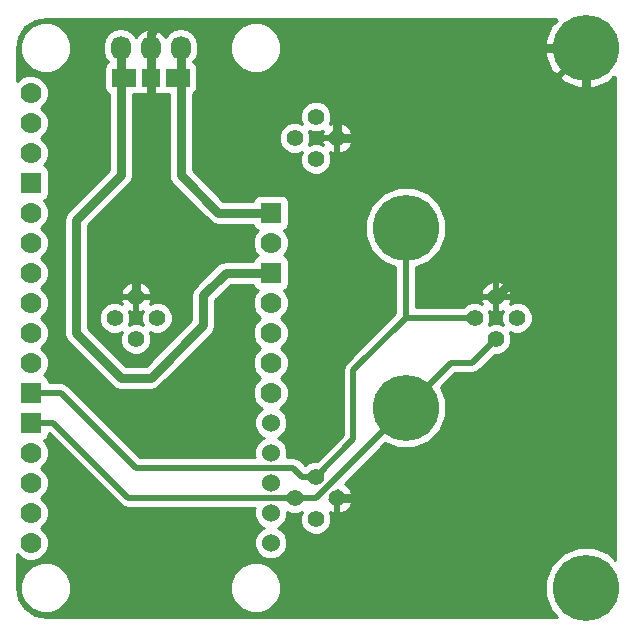
<source format=gtl>
%TF.GenerationSoftware,KiCad,Pcbnew,4.0.6-e0-6349~53~ubuntu16.04.1*%
%TF.CreationDate,2017-03-19T18:17:34+05:30*%
%TF.ProjectId,feather_v3,666561746865725F76332E6B69636164,rev?*%
%TF.FileFunction,Copper,L1,Top,Signal*%
%FSLAX46Y46*%
G04 Gerber Fmt 4.6, Leading zero omitted, Abs format (unit mm)*
G04 Created by KiCad (PCBNEW 4.0.6-e0-6349~53~ubuntu16.04.1) date Sun Mar 19 18:17:34 2017*
%MOMM*%
%LPD*%
G01*
G04 APERTURE LIST*
%ADD10C,0.101600*%
%ADD11R,1.778000X1.778000*%
%ADD12C,1.778000*%
%ADD13C,1.524000*%
%ADD14O,1.727200X2.032000*%
%ADD15R,1.524000X1.524000*%
%ADD16R,2.032000X1.524000*%
%ADD17C,1.397000*%
%ADD18C,5.600000*%
%ADD19C,0.762000*%
%ADD20C,0.508000*%
%ADD21C,0.254000*%
G04 APERTURE END LIST*
D10*
D11*
X77470000Y-105410000D03*
X97790000Y-107950000D03*
X97790000Y-113030000D03*
X77470000Y-123190000D03*
X77470000Y-125730000D03*
D12*
X77470000Y-97790000D03*
X77470000Y-100330000D03*
X77470000Y-102870000D03*
X77470000Y-107950000D03*
X77470000Y-110490000D03*
X77470000Y-113030000D03*
X77470000Y-115570000D03*
X77470000Y-118110000D03*
X77470000Y-120650000D03*
X77470000Y-128270000D03*
X77470000Y-130810000D03*
X77470000Y-133350000D03*
X77470000Y-135890000D03*
D13*
X97790000Y-135890000D03*
X97790000Y-133350000D03*
X97790000Y-130810000D03*
X97790000Y-128270000D03*
X97790000Y-125730000D03*
D12*
X97790000Y-123190000D03*
X97790000Y-120650000D03*
X97790000Y-118110000D03*
X97790000Y-115570000D03*
X97790000Y-110490000D03*
D14*
X90170000Y-93980000D03*
X87630000Y-93980000D03*
X85090000Y-93980000D03*
D15*
X87630000Y-96520000D03*
D16*
X85344000Y-96520000D03*
X89916000Y-96520000D03*
D17*
X101600000Y-130283949D03*
X99803949Y-132080000D03*
X101600000Y-133876051D03*
X103396051Y-132080000D03*
D18*
X109220002Y-124460000D03*
X124460000Y-139700000D03*
X124460000Y-93980000D03*
X109220000Y-109220000D03*
D17*
X116840000Y-118636051D03*
X118636051Y-116840000D03*
X116840000Y-115043949D03*
X115043949Y-116840000D03*
X103396051Y-101600000D03*
X101600000Y-99803949D03*
X99803949Y-101600000D03*
X101600000Y-103396051D03*
X84563949Y-116840000D03*
X86360000Y-118636051D03*
X88156051Y-116840000D03*
X86360000Y-115043949D03*
D19*
X85090000Y-121920000D02*
X87630000Y-121920000D01*
X92075000Y-117475000D02*
X92075000Y-114935000D01*
X87630000Y-121920000D02*
X92075000Y-117475000D01*
X81280000Y-108585000D02*
X81280000Y-118110000D01*
X81280000Y-118110000D02*
X85090000Y-121920000D01*
X85090000Y-96520000D02*
X85090000Y-104775000D01*
X85090000Y-104775000D02*
X81280000Y-108585000D01*
X92075000Y-114935000D02*
X93980000Y-113030000D01*
X93980000Y-113030000D02*
X97790000Y-113030000D01*
X85090000Y-93980000D02*
X85090000Y-96520000D01*
X88265000Y-92075000D02*
X92075000Y-92075000D01*
X87630000Y-93980000D02*
X87630000Y-92710000D01*
X88265000Y-92075000D02*
X87630000Y-92710000D01*
X92075000Y-92075000D02*
X92710000Y-92710000D01*
X92710000Y-92710000D02*
X92710000Y-95885000D01*
X124460000Y-93980000D02*
X115570000Y-93980000D01*
X103396051Y-101600000D02*
X107950000Y-101600000D01*
X107950000Y-101600000D02*
X115570000Y-93980000D01*
X102235000Y-97155000D02*
X103396051Y-98316051D01*
X103396051Y-98316051D02*
X103396051Y-101600000D01*
X93980000Y-97155000D02*
X102235000Y-97155000D01*
X92710000Y-95885000D02*
X93980000Y-97155000D01*
X86360000Y-106680000D02*
X86360000Y-115043949D01*
X87630000Y-105410000D02*
X86360000Y-106680000D01*
X87630000Y-96520000D02*
X87630000Y-105410000D01*
X87630000Y-93980000D02*
X87630000Y-96520000D01*
X124460000Y-116205000D02*
X124460000Y-112395000D01*
X124460000Y-112395000D02*
X124460000Y-93980000D01*
X116840000Y-115043949D02*
X119488949Y-112395000D01*
X119488949Y-112395000D02*
X124460000Y-112395000D01*
X103396051Y-132080000D02*
X108585000Y-132080000D01*
X108585000Y-132080000D02*
X124460000Y-116205000D01*
X90170000Y-96520000D02*
X90170000Y-93980000D01*
X93345000Y-107950000D02*
X90170000Y-104775000D01*
X90170000Y-104775000D02*
X90170000Y-96520000D01*
X97790000Y-107950000D02*
X93345000Y-107950000D01*
D20*
X99803949Y-132080000D02*
X85725000Y-132080000D01*
X85725000Y-132080000D02*
X79375000Y-125730000D01*
X79375000Y-125730000D02*
X77470000Y-125730000D01*
X109220002Y-124460000D02*
X113030000Y-120650002D01*
X116840000Y-118636051D02*
X114826049Y-120650002D01*
X114826049Y-120650002D02*
X113030000Y-120650002D01*
X99803949Y-132080000D02*
X101600002Y-132080000D01*
X101600002Y-132080000D02*
X109220002Y-124460000D01*
X101600000Y-130283949D02*
X100438949Y-130283949D01*
X100438949Y-130283949D02*
X99695000Y-129540000D01*
X99695000Y-129540000D02*
X86360000Y-129540000D01*
X86360000Y-129540000D02*
X80010000Y-123190000D01*
X80010000Y-123190000D02*
X77470000Y-123190000D01*
X101600000Y-130283949D02*
X104775000Y-127108949D01*
X104775000Y-127108949D02*
X104775000Y-121285000D01*
X104775000Y-121285000D02*
X109220000Y-116840000D01*
X109220000Y-109220000D02*
X109220000Y-116840000D01*
X115043949Y-116840000D02*
X109220000Y-116840000D01*
D21*
G36*
X121895458Y-91595066D02*
X122007658Y-91707266D01*
X121553797Y-92025501D01*
X121027064Y-93286434D01*
X121022965Y-94652956D01*
X121542122Y-95917027D01*
X121553797Y-95934499D01*
X122007660Y-96252735D01*
X124280395Y-93980000D01*
X124266253Y-93965858D01*
X124445858Y-93786253D01*
X124460000Y-93800395D01*
X124474143Y-93786253D01*
X124653748Y-93965858D01*
X124639605Y-93980000D01*
X124653748Y-93994143D01*
X124474143Y-94173748D01*
X124460000Y-94159605D01*
X122187265Y-96432340D01*
X122505501Y-96886203D01*
X123766434Y-97412936D01*
X125132956Y-97417035D01*
X126397027Y-96897878D01*
X126414499Y-96886203D01*
X126732734Y-96432342D01*
X126844934Y-96544542D01*
X126925000Y-96464476D01*
X126925000Y-137307237D01*
X126408312Y-136789646D01*
X125146261Y-136265597D01*
X123779734Y-136264405D01*
X122516771Y-136786250D01*
X121549646Y-137751688D01*
X121025597Y-139013739D01*
X121024405Y-140380266D01*
X121546250Y-141643229D01*
X122067111Y-142165000D01*
X78809931Y-142165000D01*
X77802007Y-141964512D01*
X77006817Y-141433183D01*
X76475488Y-140637993D01*
X76373959Y-140127567D01*
X76580626Y-140127567D01*
X76908622Y-140921377D01*
X77515428Y-141529244D01*
X78308664Y-141858624D01*
X79167567Y-141859374D01*
X79961377Y-141531378D01*
X80569244Y-140924572D01*
X80898624Y-140131336D01*
X80898627Y-140127567D01*
X94360626Y-140127567D01*
X94688622Y-140921377D01*
X95295428Y-141529244D01*
X96088664Y-141858624D01*
X96947567Y-141859374D01*
X97741377Y-141531378D01*
X98349244Y-140924572D01*
X98678624Y-140131336D01*
X98679374Y-139272433D01*
X98351378Y-138478623D01*
X97744572Y-137870756D01*
X96951336Y-137541376D01*
X96092433Y-137540626D01*
X95298623Y-137868622D01*
X94690756Y-138475428D01*
X94361376Y-139268664D01*
X94360626Y-140127567D01*
X80898627Y-140127567D01*
X80899374Y-139272433D01*
X80571378Y-138478623D01*
X79964572Y-137870756D01*
X79171336Y-137541376D01*
X78312433Y-137540626D01*
X77518623Y-137868622D01*
X76910756Y-138475428D01*
X76581376Y-139268664D01*
X76580626Y-140127567D01*
X76373959Y-140127567D01*
X76275000Y-139630069D01*
X76275000Y-136850058D01*
X76605596Y-137181231D01*
X77165528Y-137413735D01*
X77771812Y-137414264D01*
X78332149Y-137182738D01*
X78761231Y-136754404D01*
X78993735Y-136194472D01*
X78994264Y-135588188D01*
X78762738Y-135027851D01*
X78355263Y-134619664D01*
X78761231Y-134214404D01*
X78993735Y-133654472D01*
X78994264Y-133048188D01*
X78762738Y-132487851D01*
X78355263Y-132079664D01*
X78761231Y-131674404D01*
X78993735Y-131114472D01*
X78994264Y-130508188D01*
X78762738Y-129947851D01*
X78355263Y-129539664D01*
X78761231Y-129134404D01*
X78993735Y-128574472D01*
X78994264Y-127968188D01*
X78762738Y-127407851D01*
X78580052Y-127224846D01*
X78594317Y-127222162D01*
X78810441Y-127083090D01*
X78955431Y-126870890D01*
X79006440Y-126619000D01*
X79006764Y-126619000D01*
X85096382Y-132708618D01*
X85384794Y-132901329D01*
X85725000Y-132969000D01*
X96435556Y-132969000D01*
X96393243Y-133070900D01*
X96392758Y-133626661D01*
X96604990Y-134140303D01*
X96997630Y-134533629D01*
X97205512Y-134619949D01*
X96999697Y-134704990D01*
X96606371Y-135097630D01*
X96393243Y-135610900D01*
X96392758Y-136166661D01*
X96604990Y-136680303D01*
X96997630Y-137073629D01*
X97510900Y-137286757D01*
X98066661Y-137287242D01*
X98580303Y-137075010D01*
X98973629Y-136682370D01*
X99186757Y-136169100D01*
X99187242Y-135613339D01*
X98975010Y-135099697D01*
X98582370Y-134706371D01*
X98374488Y-134620051D01*
X98580303Y-134535010D01*
X98973629Y-134142370D01*
X99186757Y-133629100D01*
X99187072Y-133267743D01*
X99537536Y-133413268D01*
X100068035Y-133413731D01*
X100406079Y-133274054D01*
X100266732Y-133609638D01*
X100266269Y-134140137D01*
X100468854Y-134630431D01*
X100843647Y-135005878D01*
X101333587Y-135209319D01*
X101864086Y-135209782D01*
X102354380Y-135007197D01*
X102729827Y-134632404D01*
X102933268Y-134142464D01*
X102933731Y-133611965D01*
X102800806Y-133290262D01*
X103058852Y-133397148D01*
X103269051Y-133274141D01*
X103269051Y-132386608D01*
X103381910Y-132273749D01*
X103315161Y-132207000D01*
X103523051Y-132207000D01*
X103523051Y-133274141D01*
X103733250Y-133397148D01*
X104211633Y-133167846D01*
X104565851Y-132772929D01*
X104713199Y-132417199D01*
X104590192Y-132207000D01*
X103523051Y-132207000D01*
X103315161Y-132207000D01*
X103202302Y-132094141D01*
X103089443Y-132207000D01*
X102730238Y-132207000D01*
X102984238Y-131953000D01*
X103089443Y-131953000D01*
X103202302Y-132065859D01*
X103381910Y-131886251D01*
X103269051Y-131773392D01*
X103269051Y-131668187D01*
X103523051Y-131414187D01*
X103523051Y-131953000D01*
X104590192Y-131953000D01*
X104713199Y-131742801D01*
X104483897Y-131264418D01*
X104088980Y-130910200D01*
X104045180Y-130892058D01*
X107480273Y-127456965D01*
X108533741Y-127894403D01*
X109900268Y-127895595D01*
X111163231Y-127373750D01*
X112130356Y-126408312D01*
X112654405Y-125146261D01*
X112655597Y-123779734D01*
X112217582Y-122719656D01*
X113398236Y-121539002D01*
X114826049Y-121539002D01*
X115166255Y-121471331D01*
X115454667Y-121278620D01*
X116763802Y-119969485D01*
X117104086Y-119969782D01*
X117594380Y-119767197D01*
X117969827Y-119392404D01*
X118173268Y-118902464D01*
X118173731Y-118371965D01*
X118034054Y-118033921D01*
X118369638Y-118173268D01*
X118900137Y-118173731D01*
X119390431Y-117971146D01*
X119765878Y-117596353D01*
X119969319Y-117106413D01*
X119969782Y-116575914D01*
X119767197Y-116085620D01*
X119392404Y-115710173D01*
X118902464Y-115506732D01*
X118371965Y-115506269D01*
X118050262Y-115639194D01*
X118157148Y-115381148D01*
X118034141Y-115170949D01*
X117146608Y-115170949D01*
X117033749Y-115058090D01*
X116854141Y-115237698D01*
X116967000Y-115350557D01*
X116967000Y-116238090D01*
X117177199Y-116361097D01*
X117444149Y-116233141D01*
X117302783Y-116573587D01*
X117302320Y-117104086D01*
X117441997Y-117442130D01*
X117106413Y-117302783D01*
X116575914Y-117302320D01*
X116237870Y-117441997D01*
X116377217Y-117106413D01*
X116377680Y-116575914D01*
X116244755Y-116254211D01*
X116502801Y-116361097D01*
X116713000Y-116238090D01*
X116713000Y-115350557D01*
X116825859Y-115237698D01*
X116646251Y-115058090D01*
X116533392Y-115170949D01*
X115645859Y-115170949D01*
X115522852Y-115381148D01*
X115650808Y-115648098D01*
X115310362Y-115506732D01*
X114779863Y-115506269D01*
X114289569Y-115708854D01*
X114047000Y-115951000D01*
X110109000Y-115951000D01*
X110109000Y-114706750D01*
X115522852Y-114706750D01*
X115645859Y-114916949D01*
X116713000Y-114916949D01*
X116713000Y-113849808D01*
X116967000Y-113849808D01*
X116967000Y-114916949D01*
X118034141Y-114916949D01*
X118157148Y-114706750D01*
X117927846Y-114228367D01*
X117532929Y-113874149D01*
X117177199Y-113726801D01*
X116967000Y-113849808D01*
X116713000Y-113849808D01*
X116502801Y-113726801D01*
X116024418Y-113956103D01*
X115670200Y-114351020D01*
X115522852Y-114706750D01*
X110109000Y-114706750D01*
X110109000Y-112569348D01*
X111163229Y-112133750D01*
X112130354Y-111168312D01*
X112654403Y-109906261D01*
X112655595Y-108539734D01*
X112133750Y-107276771D01*
X111168312Y-106309646D01*
X109906261Y-105785597D01*
X108539734Y-105784405D01*
X107276771Y-106306250D01*
X106309646Y-107271688D01*
X105785597Y-108533739D01*
X105784405Y-109900266D01*
X106306250Y-111163229D01*
X107271688Y-112130354D01*
X108331000Y-112570218D01*
X108331000Y-116471764D01*
X104146382Y-120656382D01*
X103953671Y-120944794D01*
X103886000Y-121285000D01*
X103886000Y-126740713D01*
X101676198Y-128950515D01*
X101335914Y-128950218D01*
X100845620Y-129152803D01*
X100705207Y-129292971D01*
X100323618Y-128911382D01*
X100035206Y-128718671D01*
X99695000Y-128651000D01*
X99144444Y-128651000D01*
X99186757Y-128549100D01*
X99187242Y-127993339D01*
X98975010Y-127479697D01*
X98582370Y-127086371D01*
X98374488Y-127000051D01*
X98580303Y-126915010D01*
X98973629Y-126522370D01*
X99186757Y-126009100D01*
X99187242Y-125453339D01*
X98975010Y-124939697D01*
X98582370Y-124546371D01*
X98540361Y-124528928D01*
X98652149Y-124482738D01*
X99081231Y-124054404D01*
X99313735Y-123494472D01*
X99314264Y-122888188D01*
X99082738Y-122327851D01*
X98675263Y-121919664D01*
X99081231Y-121514404D01*
X99313735Y-120954472D01*
X99314264Y-120348188D01*
X99082738Y-119787851D01*
X98675263Y-119379664D01*
X99081231Y-118974404D01*
X99313735Y-118414472D01*
X99314264Y-117808188D01*
X99082738Y-117247851D01*
X98675263Y-116839664D01*
X99081231Y-116434404D01*
X99313735Y-115874472D01*
X99314264Y-115268188D01*
X99082738Y-114707851D01*
X98900052Y-114524846D01*
X98914317Y-114522162D01*
X99130441Y-114383090D01*
X99275431Y-114170890D01*
X99326440Y-113919000D01*
X99326440Y-112141000D01*
X99282162Y-111905683D01*
X99143090Y-111689559D01*
X98930890Y-111544569D01*
X98897506Y-111537809D01*
X99081231Y-111354404D01*
X99313735Y-110794472D01*
X99314264Y-110188188D01*
X99082738Y-109627851D01*
X98900052Y-109444846D01*
X98914317Y-109442162D01*
X99130441Y-109303090D01*
X99275431Y-109090890D01*
X99326440Y-108839000D01*
X99326440Y-107061000D01*
X99282162Y-106825683D01*
X99143090Y-106609559D01*
X98930890Y-106464569D01*
X98679000Y-106413560D01*
X96901000Y-106413560D01*
X96665683Y-106457838D01*
X96449559Y-106596910D01*
X96304569Y-106809110D01*
X96279278Y-106934000D01*
X93765841Y-106934000D01*
X91186000Y-104354160D01*
X91186000Y-101864086D01*
X98470218Y-101864086D01*
X98672803Y-102354380D01*
X99047596Y-102729827D01*
X99537536Y-102933268D01*
X100068035Y-102933731D01*
X100406079Y-102794054D01*
X100266732Y-103129638D01*
X100266269Y-103660137D01*
X100468854Y-104150431D01*
X100843647Y-104525878D01*
X101333587Y-104729319D01*
X101864086Y-104729782D01*
X102354380Y-104527197D01*
X102729827Y-104152404D01*
X102933268Y-103662464D01*
X102933731Y-103131965D01*
X102800806Y-102810262D01*
X103058852Y-102917148D01*
X103269051Y-102794141D01*
X103269051Y-101906608D01*
X103381910Y-101793749D01*
X103315161Y-101727000D01*
X103523051Y-101727000D01*
X103523051Y-102794141D01*
X103733250Y-102917148D01*
X104211633Y-102687846D01*
X104565851Y-102292929D01*
X104713199Y-101937199D01*
X104590192Y-101727000D01*
X103523051Y-101727000D01*
X103315161Y-101727000D01*
X103202302Y-101614141D01*
X103089443Y-101727000D01*
X102201910Y-101727000D01*
X102078903Y-101937199D01*
X102206859Y-102204149D01*
X101866413Y-102062783D01*
X101335914Y-102062320D01*
X100997870Y-102201997D01*
X101137217Y-101866413D01*
X101137680Y-101335914D01*
X100998003Y-100997870D01*
X101333587Y-101137217D01*
X101864086Y-101137680D01*
X102185789Y-101004755D01*
X102078903Y-101262801D01*
X102201910Y-101473000D01*
X103089443Y-101473000D01*
X103202302Y-101585859D01*
X103381910Y-101406251D01*
X103269051Y-101293392D01*
X103269051Y-100405859D01*
X103523051Y-100405859D01*
X103523051Y-101473000D01*
X104590192Y-101473000D01*
X104713199Y-101262801D01*
X104483897Y-100784418D01*
X104088980Y-100430200D01*
X103733250Y-100282852D01*
X103523051Y-100405859D01*
X103269051Y-100405859D01*
X103058852Y-100282852D01*
X102791902Y-100410808D01*
X102933268Y-100070362D01*
X102933731Y-99539863D01*
X102731146Y-99049569D01*
X102356353Y-98674122D01*
X101866413Y-98470681D01*
X101335914Y-98470218D01*
X100845620Y-98672803D01*
X100470173Y-99047596D01*
X100266732Y-99537536D01*
X100266269Y-100068035D01*
X100405946Y-100406079D01*
X100070362Y-100266732D01*
X99539863Y-100266269D01*
X99049569Y-100468854D01*
X98674122Y-100843647D01*
X98470681Y-101333587D01*
X98470218Y-101864086D01*
X91186000Y-101864086D01*
X91186000Y-97873140D01*
X91383441Y-97746090D01*
X91528431Y-97533890D01*
X91579440Y-97282000D01*
X91579440Y-95758000D01*
X91535162Y-95522683D01*
X91396090Y-95306559D01*
X91244151Y-95202743D01*
X91554526Y-94738234D01*
X91620299Y-94407567D01*
X94360626Y-94407567D01*
X94688622Y-95201377D01*
X95295428Y-95809244D01*
X96088664Y-96138624D01*
X96947567Y-96139374D01*
X97741377Y-95811378D01*
X98349244Y-95204572D01*
X98678624Y-94411336D01*
X98679374Y-93552433D01*
X98351378Y-92758623D01*
X97744572Y-92150756D01*
X96951336Y-91821376D01*
X96092433Y-91820626D01*
X95298623Y-92148622D01*
X94690756Y-92755428D01*
X94361376Y-93548664D01*
X94360626Y-94407567D01*
X91620299Y-94407567D01*
X91668600Y-94164745D01*
X91668600Y-93795255D01*
X91554526Y-93221766D01*
X91229670Y-92735585D01*
X90743489Y-92410729D01*
X90170000Y-92296655D01*
X89596511Y-92410729D01*
X89110330Y-92735585D01*
X88903539Y-93045069D01*
X88532036Y-92629268D01*
X88004791Y-92375291D01*
X87989026Y-92372642D01*
X87757000Y-92493783D01*
X87757000Y-93853000D01*
X87777000Y-93853000D01*
X87777000Y-94107000D01*
X87757000Y-94107000D01*
X87757000Y-96393000D01*
X87777000Y-96393000D01*
X87777000Y-96647000D01*
X87757000Y-96647000D01*
X87757000Y-97758250D01*
X87915750Y-97917000D01*
X88518310Y-97917000D01*
X88634264Y-97868970D01*
X88648110Y-97878431D01*
X88900000Y-97929440D01*
X89154000Y-97929440D01*
X89154000Y-104775000D01*
X89218507Y-105099300D01*
X89231338Y-105163807D01*
X89451580Y-105493420D01*
X92626579Y-108668420D01*
X92956193Y-108888662D01*
X93020700Y-108901493D01*
X93345000Y-108966000D01*
X96277457Y-108966000D01*
X96297838Y-109074317D01*
X96436910Y-109290441D01*
X96649110Y-109435431D01*
X96682494Y-109442191D01*
X96498769Y-109625596D01*
X96266265Y-110185528D01*
X96265736Y-110791812D01*
X96497262Y-111352149D01*
X96679948Y-111535154D01*
X96665683Y-111537838D01*
X96449559Y-111676910D01*
X96304569Y-111889110D01*
X96279278Y-112014000D01*
X93980000Y-112014000D01*
X93655700Y-112078507D01*
X93591193Y-112091338D01*
X93261580Y-112311579D01*
X91356580Y-114216580D01*
X91136338Y-114546193D01*
X91136338Y-114546194D01*
X91059000Y-114935000D01*
X91059000Y-117054159D01*
X87209160Y-120904000D01*
X85510841Y-120904000D01*
X82296000Y-117689160D01*
X82296000Y-117104086D01*
X83230218Y-117104086D01*
X83432803Y-117594380D01*
X83807596Y-117969827D01*
X84297536Y-118173268D01*
X84828035Y-118173731D01*
X85166079Y-118034054D01*
X85026732Y-118369638D01*
X85026269Y-118900137D01*
X85228854Y-119390431D01*
X85603647Y-119765878D01*
X86093587Y-119969319D01*
X86624086Y-119969782D01*
X87114380Y-119767197D01*
X87489827Y-119392404D01*
X87693268Y-118902464D01*
X87693731Y-118371965D01*
X87554054Y-118033921D01*
X87889638Y-118173268D01*
X88420137Y-118173731D01*
X88910431Y-117971146D01*
X89285878Y-117596353D01*
X89489319Y-117106413D01*
X89489782Y-116575914D01*
X89287197Y-116085620D01*
X88912404Y-115710173D01*
X88422464Y-115506732D01*
X87891965Y-115506269D01*
X87570262Y-115639194D01*
X87677148Y-115381148D01*
X87554141Y-115170949D01*
X86666608Y-115170949D01*
X86553749Y-115058090D01*
X86374141Y-115237698D01*
X86487000Y-115350557D01*
X86487000Y-116238090D01*
X86697199Y-116361097D01*
X86964149Y-116233141D01*
X86822783Y-116573587D01*
X86822320Y-117104086D01*
X86961997Y-117442130D01*
X86626413Y-117302783D01*
X86095914Y-117302320D01*
X85757870Y-117441997D01*
X85897217Y-117106413D01*
X85897680Y-116575914D01*
X85764755Y-116254211D01*
X86022801Y-116361097D01*
X86233000Y-116238090D01*
X86233000Y-115350557D01*
X86345859Y-115237698D01*
X86166251Y-115058090D01*
X86053392Y-115170949D01*
X85165859Y-115170949D01*
X85042852Y-115381148D01*
X85170808Y-115648098D01*
X84830362Y-115506732D01*
X84299863Y-115506269D01*
X83809569Y-115708854D01*
X83434122Y-116083647D01*
X83230681Y-116573587D01*
X83230218Y-117104086D01*
X82296000Y-117104086D01*
X82296000Y-114706750D01*
X85042852Y-114706750D01*
X85165859Y-114916949D01*
X86233000Y-114916949D01*
X86233000Y-113849808D01*
X86487000Y-113849808D01*
X86487000Y-114916949D01*
X87554141Y-114916949D01*
X87677148Y-114706750D01*
X87447846Y-114228367D01*
X87052929Y-113874149D01*
X86697199Y-113726801D01*
X86487000Y-113849808D01*
X86233000Y-113849808D01*
X86022801Y-113726801D01*
X85544418Y-113956103D01*
X85190200Y-114351020D01*
X85042852Y-114706750D01*
X82296000Y-114706750D01*
X82296000Y-109005840D01*
X85808421Y-105493420D01*
X86028662Y-105163807D01*
X86106000Y-104775000D01*
X86106000Y-97929440D01*
X86360000Y-97929440D01*
X86595317Y-97885162D01*
X86622538Y-97867646D01*
X86741690Y-97917000D01*
X87344250Y-97917000D01*
X87503000Y-97758250D01*
X87503000Y-96647000D01*
X87483000Y-96647000D01*
X87483000Y-96393000D01*
X87503000Y-96393000D01*
X87503000Y-94107000D01*
X87483000Y-94107000D01*
X87483000Y-93853000D01*
X87503000Y-93853000D01*
X87503000Y-92493783D01*
X87270974Y-92372642D01*
X87255209Y-92375291D01*
X86727964Y-92629268D01*
X86356461Y-93045069D01*
X86149670Y-92735585D01*
X85663489Y-92410729D01*
X85090000Y-92296655D01*
X84516511Y-92410729D01*
X84030330Y-92735585D01*
X83705474Y-93221766D01*
X83591400Y-93795255D01*
X83591400Y-94164745D01*
X83705474Y-94738234D01*
X84016567Y-95203817D01*
X83876559Y-95293910D01*
X83731569Y-95506110D01*
X83680560Y-95758000D01*
X83680560Y-97282000D01*
X83724838Y-97517317D01*
X83863910Y-97733441D01*
X84074000Y-97876989D01*
X84074000Y-104354159D01*
X80561580Y-107866580D01*
X80341338Y-108196193D01*
X80341338Y-108196194D01*
X80264000Y-108585000D01*
X80264000Y-118110000D01*
X80300967Y-118295846D01*
X80341338Y-118498807D01*
X80561580Y-118828420D01*
X84371580Y-122638421D01*
X84701193Y-122858662D01*
X85090000Y-122936000D01*
X87630000Y-122936000D01*
X87954300Y-122871493D01*
X88018807Y-122858662D01*
X88348420Y-122638420D01*
X92793420Y-118193421D01*
X93013661Y-117863807D01*
X93013662Y-117863806D01*
X93091000Y-117475000D01*
X93091000Y-115355840D01*
X94400841Y-114046000D01*
X96277457Y-114046000D01*
X96297838Y-114154317D01*
X96436910Y-114370441D01*
X96649110Y-114515431D01*
X96682494Y-114522191D01*
X96498769Y-114705596D01*
X96266265Y-115265528D01*
X96265736Y-115871812D01*
X96497262Y-116432149D01*
X96904737Y-116840336D01*
X96498769Y-117245596D01*
X96266265Y-117805528D01*
X96265736Y-118411812D01*
X96497262Y-118972149D01*
X96904737Y-119380336D01*
X96498769Y-119785596D01*
X96266265Y-120345528D01*
X96265736Y-120951812D01*
X96497262Y-121512149D01*
X96904737Y-121920336D01*
X96498769Y-122325596D01*
X96266265Y-122885528D01*
X96265736Y-123491812D01*
X96497262Y-124052149D01*
X96925596Y-124481231D01*
X97039519Y-124528536D01*
X96999697Y-124544990D01*
X96606371Y-124937630D01*
X96393243Y-125450900D01*
X96392758Y-126006661D01*
X96604990Y-126520303D01*
X96997630Y-126913629D01*
X97205512Y-126999949D01*
X96999697Y-127084990D01*
X96606371Y-127477630D01*
X96393243Y-127990900D01*
X96392758Y-128546661D01*
X96435870Y-128651000D01*
X86728236Y-128651000D01*
X80638618Y-122561382D01*
X80564246Y-122511688D01*
X80350206Y-122368671D01*
X80010000Y-122301000D01*
X79006440Y-122301000D01*
X78962162Y-122065683D01*
X78823090Y-121849559D01*
X78610890Y-121704569D01*
X78577506Y-121697809D01*
X78761231Y-121514404D01*
X78993735Y-120954472D01*
X78994264Y-120348188D01*
X78762738Y-119787851D01*
X78355263Y-119379664D01*
X78761231Y-118974404D01*
X78993735Y-118414472D01*
X78994264Y-117808188D01*
X78762738Y-117247851D01*
X78355263Y-116839664D01*
X78761231Y-116434404D01*
X78993735Y-115874472D01*
X78994264Y-115268188D01*
X78762738Y-114707851D01*
X78355263Y-114299664D01*
X78761231Y-113894404D01*
X78993735Y-113334472D01*
X78994264Y-112728188D01*
X78762738Y-112167851D01*
X78355263Y-111759664D01*
X78761231Y-111354404D01*
X78993735Y-110794472D01*
X78994264Y-110188188D01*
X78762738Y-109627851D01*
X78355263Y-109219664D01*
X78761231Y-108814404D01*
X78993735Y-108254472D01*
X78994264Y-107648188D01*
X78762738Y-107087851D01*
X78580052Y-106904846D01*
X78594317Y-106902162D01*
X78810441Y-106763090D01*
X78955431Y-106550890D01*
X79006440Y-106299000D01*
X79006440Y-104521000D01*
X78962162Y-104285683D01*
X78823090Y-104069559D01*
X78610890Y-103924569D01*
X78577506Y-103917809D01*
X78761231Y-103734404D01*
X78993735Y-103174472D01*
X78994264Y-102568188D01*
X78762738Y-102007851D01*
X78355263Y-101599664D01*
X78761231Y-101194404D01*
X78993735Y-100634472D01*
X78994264Y-100028188D01*
X78762738Y-99467851D01*
X78355263Y-99059664D01*
X78761231Y-98654404D01*
X78993735Y-98094472D01*
X78994264Y-97488188D01*
X78762738Y-96927851D01*
X78334404Y-96498769D01*
X77774472Y-96266265D01*
X77168188Y-96265736D01*
X76607851Y-96497262D01*
X76275000Y-96829533D01*
X76275000Y-94407567D01*
X76580626Y-94407567D01*
X76908622Y-95201377D01*
X77515428Y-95809244D01*
X78308664Y-96138624D01*
X79167567Y-96139374D01*
X79961377Y-95811378D01*
X80569244Y-95204572D01*
X80898624Y-94411336D01*
X80899374Y-93552433D01*
X80571378Y-92758623D01*
X79964572Y-92150756D01*
X79171336Y-91821376D01*
X78312433Y-91820626D01*
X77518623Y-92148622D01*
X76910756Y-92755428D01*
X76581376Y-93548664D01*
X76580626Y-94407567D01*
X76275000Y-94407567D01*
X76275000Y-94049931D01*
X76475488Y-93042007D01*
X77006817Y-92246817D01*
X77802007Y-91715488D01*
X78809931Y-91515000D01*
X121975524Y-91515000D01*
X121895458Y-91595066D01*
X121895458Y-91595066D01*
G37*
X121895458Y-91595066D02*
X122007658Y-91707266D01*
X121553797Y-92025501D01*
X121027064Y-93286434D01*
X121022965Y-94652956D01*
X121542122Y-95917027D01*
X121553797Y-95934499D01*
X122007660Y-96252735D01*
X124280395Y-93980000D01*
X124266253Y-93965858D01*
X124445858Y-93786253D01*
X124460000Y-93800395D01*
X124474143Y-93786253D01*
X124653748Y-93965858D01*
X124639605Y-93980000D01*
X124653748Y-93994143D01*
X124474143Y-94173748D01*
X124460000Y-94159605D01*
X122187265Y-96432340D01*
X122505501Y-96886203D01*
X123766434Y-97412936D01*
X125132956Y-97417035D01*
X126397027Y-96897878D01*
X126414499Y-96886203D01*
X126732734Y-96432342D01*
X126844934Y-96544542D01*
X126925000Y-96464476D01*
X126925000Y-137307237D01*
X126408312Y-136789646D01*
X125146261Y-136265597D01*
X123779734Y-136264405D01*
X122516771Y-136786250D01*
X121549646Y-137751688D01*
X121025597Y-139013739D01*
X121024405Y-140380266D01*
X121546250Y-141643229D01*
X122067111Y-142165000D01*
X78809931Y-142165000D01*
X77802007Y-141964512D01*
X77006817Y-141433183D01*
X76475488Y-140637993D01*
X76373959Y-140127567D01*
X76580626Y-140127567D01*
X76908622Y-140921377D01*
X77515428Y-141529244D01*
X78308664Y-141858624D01*
X79167567Y-141859374D01*
X79961377Y-141531378D01*
X80569244Y-140924572D01*
X80898624Y-140131336D01*
X80898627Y-140127567D01*
X94360626Y-140127567D01*
X94688622Y-140921377D01*
X95295428Y-141529244D01*
X96088664Y-141858624D01*
X96947567Y-141859374D01*
X97741377Y-141531378D01*
X98349244Y-140924572D01*
X98678624Y-140131336D01*
X98679374Y-139272433D01*
X98351378Y-138478623D01*
X97744572Y-137870756D01*
X96951336Y-137541376D01*
X96092433Y-137540626D01*
X95298623Y-137868622D01*
X94690756Y-138475428D01*
X94361376Y-139268664D01*
X94360626Y-140127567D01*
X80898627Y-140127567D01*
X80899374Y-139272433D01*
X80571378Y-138478623D01*
X79964572Y-137870756D01*
X79171336Y-137541376D01*
X78312433Y-137540626D01*
X77518623Y-137868622D01*
X76910756Y-138475428D01*
X76581376Y-139268664D01*
X76580626Y-140127567D01*
X76373959Y-140127567D01*
X76275000Y-139630069D01*
X76275000Y-136850058D01*
X76605596Y-137181231D01*
X77165528Y-137413735D01*
X77771812Y-137414264D01*
X78332149Y-137182738D01*
X78761231Y-136754404D01*
X78993735Y-136194472D01*
X78994264Y-135588188D01*
X78762738Y-135027851D01*
X78355263Y-134619664D01*
X78761231Y-134214404D01*
X78993735Y-133654472D01*
X78994264Y-133048188D01*
X78762738Y-132487851D01*
X78355263Y-132079664D01*
X78761231Y-131674404D01*
X78993735Y-131114472D01*
X78994264Y-130508188D01*
X78762738Y-129947851D01*
X78355263Y-129539664D01*
X78761231Y-129134404D01*
X78993735Y-128574472D01*
X78994264Y-127968188D01*
X78762738Y-127407851D01*
X78580052Y-127224846D01*
X78594317Y-127222162D01*
X78810441Y-127083090D01*
X78955431Y-126870890D01*
X79006440Y-126619000D01*
X79006764Y-126619000D01*
X85096382Y-132708618D01*
X85384794Y-132901329D01*
X85725000Y-132969000D01*
X96435556Y-132969000D01*
X96393243Y-133070900D01*
X96392758Y-133626661D01*
X96604990Y-134140303D01*
X96997630Y-134533629D01*
X97205512Y-134619949D01*
X96999697Y-134704990D01*
X96606371Y-135097630D01*
X96393243Y-135610900D01*
X96392758Y-136166661D01*
X96604990Y-136680303D01*
X96997630Y-137073629D01*
X97510900Y-137286757D01*
X98066661Y-137287242D01*
X98580303Y-137075010D01*
X98973629Y-136682370D01*
X99186757Y-136169100D01*
X99187242Y-135613339D01*
X98975010Y-135099697D01*
X98582370Y-134706371D01*
X98374488Y-134620051D01*
X98580303Y-134535010D01*
X98973629Y-134142370D01*
X99186757Y-133629100D01*
X99187072Y-133267743D01*
X99537536Y-133413268D01*
X100068035Y-133413731D01*
X100406079Y-133274054D01*
X100266732Y-133609638D01*
X100266269Y-134140137D01*
X100468854Y-134630431D01*
X100843647Y-135005878D01*
X101333587Y-135209319D01*
X101864086Y-135209782D01*
X102354380Y-135007197D01*
X102729827Y-134632404D01*
X102933268Y-134142464D01*
X102933731Y-133611965D01*
X102800806Y-133290262D01*
X103058852Y-133397148D01*
X103269051Y-133274141D01*
X103269051Y-132386608D01*
X103381910Y-132273749D01*
X103315161Y-132207000D01*
X103523051Y-132207000D01*
X103523051Y-133274141D01*
X103733250Y-133397148D01*
X104211633Y-133167846D01*
X104565851Y-132772929D01*
X104713199Y-132417199D01*
X104590192Y-132207000D01*
X103523051Y-132207000D01*
X103315161Y-132207000D01*
X103202302Y-132094141D01*
X103089443Y-132207000D01*
X102730238Y-132207000D01*
X102984238Y-131953000D01*
X103089443Y-131953000D01*
X103202302Y-132065859D01*
X103381910Y-131886251D01*
X103269051Y-131773392D01*
X103269051Y-131668187D01*
X103523051Y-131414187D01*
X103523051Y-131953000D01*
X104590192Y-131953000D01*
X104713199Y-131742801D01*
X104483897Y-131264418D01*
X104088980Y-130910200D01*
X104045180Y-130892058D01*
X107480273Y-127456965D01*
X108533741Y-127894403D01*
X109900268Y-127895595D01*
X111163231Y-127373750D01*
X112130356Y-126408312D01*
X112654405Y-125146261D01*
X112655597Y-123779734D01*
X112217582Y-122719656D01*
X113398236Y-121539002D01*
X114826049Y-121539002D01*
X115166255Y-121471331D01*
X115454667Y-121278620D01*
X116763802Y-119969485D01*
X117104086Y-119969782D01*
X117594380Y-119767197D01*
X117969827Y-119392404D01*
X118173268Y-118902464D01*
X118173731Y-118371965D01*
X118034054Y-118033921D01*
X118369638Y-118173268D01*
X118900137Y-118173731D01*
X119390431Y-117971146D01*
X119765878Y-117596353D01*
X119969319Y-117106413D01*
X119969782Y-116575914D01*
X119767197Y-116085620D01*
X119392404Y-115710173D01*
X118902464Y-115506732D01*
X118371965Y-115506269D01*
X118050262Y-115639194D01*
X118157148Y-115381148D01*
X118034141Y-115170949D01*
X117146608Y-115170949D01*
X117033749Y-115058090D01*
X116854141Y-115237698D01*
X116967000Y-115350557D01*
X116967000Y-116238090D01*
X117177199Y-116361097D01*
X117444149Y-116233141D01*
X117302783Y-116573587D01*
X117302320Y-117104086D01*
X117441997Y-117442130D01*
X117106413Y-117302783D01*
X116575914Y-117302320D01*
X116237870Y-117441997D01*
X116377217Y-117106413D01*
X116377680Y-116575914D01*
X116244755Y-116254211D01*
X116502801Y-116361097D01*
X116713000Y-116238090D01*
X116713000Y-115350557D01*
X116825859Y-115237698D01*
X116646251Y-115058090D01*
X116533392Y-115170949D01*
X115645859Y-115170949D01*
X115522852Y-115381148D01*
X115650808Y-115648098D01*
X115310362Y-115506732D01*
X114779863Y-115506269D01*
X114289569Y-115708854D01*
X114047000Y-115951000D01*
X110109000Y-115951000D01*
X110109000Y-114706750D01*
X115522852Y-114706750D01*
X115645859Y-114916949D01*
X116713000Y-114916949D01*
X116713000Y-113849808D01*
X116967000Y-113849808D01*
X116967000Y-114916949D01*
X118034141Y-114916949D01*
X118157148Y-114706750D01*
X117927846Y-114228367D01*
X117532929Y-113874149D01*
X117177199Y-113726801D01*
X116967000Y-113849808D01*
X116713000Y-113849808D01*
X116502801Y-113726801D01*
X116024418Y-113956103D01*
X115670200Y-114351020D01*
X115522852Y-114706750D01*
X110109000Y-114706750D01*
X110109000Y-112569348D01*
X111163229Y-112133750D01*
X112130354Y-111168312D01*
X112654403Y-109906261D01*
X112655595Y-108539734D01*
X112133750Y-107276771D01*
X111168312Y-106309646D01*
X109906261Y-105785597D01*
X108539734Y-105784405D01*
X107276771Y-106306250D01*
X106309646Y-107271688D01*
X105785597Y-108533739D01*
X105784405Y-109900266D01*
X106306250Y-111163229D01*
X107271688Y-112130354D01*
X108331000Y-112570218D01*
X108331000Y-116471764D01*
X104146382Y-120656382D01*
X103953671Y-120944794D01*
X103886000Y-121285000D01*
X103886000Y-126740713D01*
X101676198Y-128950515D01*
X101335914Y-128950218D01*
X100845620Y-129152803D01*
X100705207Y-129292971D01*
X100323618Y-128911382D01*
X100035206Y-128718671D01*
X99695000Y-128651000D01*
X99144444Y-128651000D01*
X99186757Y-128549100D01*
X99187242Y-127993339D01*
X98975010Y-127479697D01*
X98582370Y-127086371D01*
X98374488Y-127000051D01*
X98580303Y-126915010D01*
X98973629Y-126522370D01*
X99186757Y-126009100D01*
X99187242Y-125453339D01*
X98975010Y-124939697D01*
X98582370Y-124546371D01*
X98540361Y-124528928D01*
X98652149Y-124482738D01*
X99081231Y-124054404D01*
X99313735Y-123494472D01*
X99314264Y-122888188D01*
X99082738Y-122327851D01*
X98675263Y-121919664D01*
X99081231Y-121514404D01*
X99313735Y-120954472D01*
X99314264Y-120348188D01*
X99082738Y-119787851D01*
X98675263Y-119379664D01*
X99081231Y-118974404D01*
X99313735Y-118414472D01*
X99314264Y-117808188D01*
X99082738Y-117247851D01*
X98675263Y-116839664D01*
X99081231Y-116434404D01*
X99313735Y-115874472D01*
X99314264Y-115268188D01*
X99082738Y-114707851D01*
X98900052Y-114524846D01*
X98914317Y-114522162D01*
X99130441Y-114383090D01*
X99275431Y-114170890D01*
X99326440Y-113919000D01*
X99326440Y-112141000D01*
X99282162Y-111905683D01*
X99143090Y-111689559D01*
X98930890Y-111544569D01*
X98897506Y-111537809D01*
X99081231Y-111354404D01*
X99313735Y-110794472D01*
X99314264Y-110188188D01*
X99082738Y-109627851D01*
X98900052Y-109444846D01*
X98914317Y-109442162D01*
X99130441Y-109303090D01*
X99275431Y-109090890D01*
X99326440Y-108839000D01*
X99326440Y-107061000D01*
X99282162Y-106825683D01*
X99143090Y-106609559D01*
X98930890Y-106464569D01*
X98679000Y-106413560D01*
X96901000Y-106413560D01*
X96665683Y-106457838D01*
X96449559Y-106596910D01*
X96304569Y-106809110D01*
X96279278Y-106934000D01*
X93765841Y-106934000D01*
X91186000Y-104354160D01*
X91186000Y-101864086D01*
X98470218Y-101864086D01*
X98672803Y-102354380D01*
X99047596Y-102729827D01*
X99537536Y-102933268D01*
X100068035Y-102933731D01*
X100406079Y-102794054D01*
X100266732Y-103129638D01*
X100266269Y-103660137D01*
X100468854Y-104150431D01*
X100843647Y-104525878D01*
X101333587Y-104729319D01*
X101864086Y-104729782D01*
X102354380Y-104527197D01*
X102729827Y-104152404D01*
X102933268Y-103662464D01*
X102933731Y-103131965D01*
X102800806Y-102810262D01*
X103058852Y-102917148D01*
X103269051Y-102794141D01*
X103269051Y-101906608D01*
X103381910Y-101793749D01*
X103315161Y-101727000D01*
X103523051Y-101727000D01*
X103523051Y-102794141D01*
X103733250Y-102917148D01*
X104211633Y-102687846D01*
X104565851Y-102292929D01*
X104713199Y-101937199D01*
X104590192Y-101727000D01*
X103523051Y-101727000D01*
X103315161Y-101727000D01*
X103202302Y-101614141D01*
X103089443Y-101727000D01*
X102201910Y-101727000D01*
X102078903Y-101937199D01*
X102206859Y-102204149D01*
X101866413Y-102062783D01*
X101335914Y-102062320D01*
X100997870Y-102201997D01*
X101137217Y-101866413D01*
X101137680Y-101335914D01*
X100998003Y-100997870D01*
X101333587Y-101137217D01*
X101864086Y-101137680D01*
X102185789Y-101004755D01*
X102078903Y-101262801D01*
X102201910Y-101473000D01*
X103089443Y-101473000D01*
X103202302Y-101585859D01*
X103381910Y-101406251D01*
X103269051Y-101293392D01*
X103269051Y-100405859D01*
X103523051Y-100405859D01*
X103523051Y-101473000D01*
X104590192Y-101473000D01*
X104713199Y-101262801D01*
X104483897Y-100784418D01*
X104088980Y-100430200D01*
X103733250Y-100282852D01*
X103523051Y-100405859D01*
X103269051Y-100405859D01*
X103058852Y-100282852D01*
X102791902Y-100410808D01*
X102933268Y-100070362D01*
X102933731Y-99539863D01*
X102731146Y-99049569D01*
X102356353Y-98674122D01*
X101866413Y-98470681D01*
X101335914Y-98470218D01*
X100845620Y-98672803D01*
X100470173Y-99047596D01*
X100266732Y-99537536D01*
X100266269Y-100068035D01*
X100405946Y-100406079D01*
X100070362Y-100266732D01*
X99539863Y-100266269D01*
X99049569Y-100468854D01*
X98674122Y-100843647D01*
X98470681Y-101333587D01*
X98470218Y-101864086D01*
X91186000Y-101864086D01*
X91186000Y-97873140D01*
X91383441Y-97746090D01*
X91528431Y-97533890D01*
X91579440Y-97282000D01*
X91579440Y-95758000D01*
X91535162Y-95522683D01*
X91396090Y-95306559D01*
X91244151Y-95202743D01*
X91554526Y-94738234D01*
X91620299Y-94407567D01*
X94360626Y-94407567D01*
X94688622Y-95201377D01*
X95295428Y-95809244D01*
X96088664Y-96138624D01*
X96947567Y-96139374D01*
X97741377Y-95811378D01*
X98349244Y-95204572D01*
X98678624Y-94411336D01*
X98679374Y-93552433D01*
X98351378Y-92758623D01*
X97744572Y-92150756D01*
X96951336Y-91821376D01*
X96092433Y-91820626D01*
X95298623Y-92148622D01*
X94690756Y-92755428D01*
X94361376Y-93548664D01*
X94360626Y-94407567D01*
X91620299Y-94407567D01*
X91668600Y-94164745D01*
X91668600Y-93795255D01*
X91554526Y-93221766D01*
X91229670Y-92735585D01*
X90743489Y-92410729D01*
X90170000Y-92296655D01*
X89596511Y-92410729D01*
X89110330Y-92735585D01*
X88903539Y-93045069D01*
X88532036Y-92629268D01*
X88004791Y-92375291D01*
X87989026Y-92372642D01*
X87757000Y-92493783D01*
X87757000Y-93853000D01*
X87777000Y-93853000D01*
X87777000Y-94107000D01*
X87757000Y-94107000D01*
X87757000Y-96393000D01*
X87777000Y-96393000D01*
X87777000Y-96647000D01*
X87757000Y-96647000D01*
X87757000Y-97758250D01*
X87915750Y-97917000D01*
X88518310Y-97917000D01*
X88634264Y-97868970D01*
X88648110Y-97878431D01*
X88900000Y-97929440D01*
X89154000Y-97929440D01*
X89154000Y-104775000D01*
X89218507Y-105099300D01*
X89231338Y-105163807D01*
X89451580Y-105493420D01*
X92626579Y-108668420D01*
X92956193Y-108888662D01*
X93020700Y-108901493D01*
X93345000Y-108966000D01*
X96277457Y-108966000D01*
X96297838Y-109074317D01*
X96436910Y-109290441D01*
X96649110Y-109435431D01*
X96682494Y-109442191D01*
X96498769Y-109625596D01*
X96266265Y-110185528D01*
X96265736Y-110791812D01*
X96497262Y-111352149D01*
X96679948Y-111535154D01*
X96665683Y-111537838D01*
X96449559Y-111676910D01*
X96304569Y-111889110D01*
X96279278Y-112014000D01*
X93980000Y-112014000D01*
X93655700Y-112078507D01*
X93591193Y-112091338D01*
X93261580Y-112311579D01*
X91356580Y-114216580D01*
X91136338Y-114546193D01*
X91136338Y-114546194D01*
X91059000Y-114935000D01*
X91059000Y-117054159D01*
X87209160Y-120904000D01*
X85510841Y-120904000D01*
X82296000Y-117689160D01*
X82296000Y-117104086D01*
X83230218Y-117104086D01*
X83432803Y-117594380D01*
X83807596Y-117969827D01*
X84297536Y-118173268D01*
X84828035Y-118173731D01*
X85166079Y-118034054D01*
X85026732Y-118369638D01*
X85026269Y-118900137D01*
X85228854Y-119390431D01*
X85603647Y-119765878D01*
X86093587Y-119969319D01*
X86624086Y-119969782D01*
X87114380Y-119767197D01*
X87489827Y-119392404D01*
X87693268Y-118902464D01*
X87693731Y-118371965D01*
X87554054Y-118033921D01*
X87889638Y-118173268D01*
X88420137Y-118173731D01*
X88910431Y-117971146D01*
X89285878Y-117596353D01*
X89489319Y-117106413D01*
X89489782Y-116575914D01*
X89287197Y-116085620D01*
X88912404Y-115710173D01*
X88422464Y-115506732D01*
X87891965Y-115506269D01*
X87570262Y-115639194D01*
X87677148Y-115381148D01*
X87554141Y-115170949D01*
X86666608Y-115170949D01*
X86553749Y-115058090D01*
X86374141Y-115237698D01*
X86487000Y-115350557D01*
X86487000Y-116238090D01*
X86697199Y-116361097D01*
X86964149Y-116233141D01*
X86822783Y-116573587D01*
X86822320Y-117104086D01*
X86961997Y-117442130D01*
X86626413Y-117302783D01*
X86095914Y-117302320D01*
X85757870Y-117441997D01*
X85897217Y-117106413D01*
X85897680Y-116575914D01*
X85764755Y-116254211D01*
X86022801Y-116361097D01*
X86233000Y-116238090D01*
X86233000Y-115350557D01*
X86345859Y-115237698D01*
X86166251Y-115058090D01*
X86053392Y-115170949D01*
X85165859Y-115170949D01*
X85042852Y-115381148D01*
X85170808Y-115648098D01*
X84830362Y-115506732D01*
X84299863Y-115506269D01*
X83809569Y-115708854D01*
X83434122Y-116083647D01*
X83230681Y-116573587D01*
X83230218Y-117104086D01*
X82296000Y-117104086D01*
X82296000Y-114706750D01*
X85042852Y-114706750D01*
X85165859Y-114916949D01*
X86233000Y-114916949D01*
X86233000Y-113849808D01*
X86487000Y-113849808D01*
X86487000Y-114916949D01*
X87554141Y-114916949D01*
X87677148Y-114706750D01*
X87447846Y-114228367D01*
X87052929Y-113874149D01*
X86697199Y-113726801D01*
X86487000Y-113849808D01*
X86233000Y-113849808D01*
X86022801Y-113726801D01*
X85544418Y-113956103D01*
X85190200Y-114351020D01*
X85042852Y-114706750D01*
X82296000Y-114706750D01*
X82296000Y-109005840D01*
X85808421Y-105493420D01*
X86028662Y-105163807D01*
X86106000Y-104775000D01*
X86106000Y-97929440D01*
X86360000Y-97929440D01*
X86595317Y-97885162D01*
X86622538Y-97867646D01*
X86741690Y-97917000D01*
X87344250Y-97917000D01*
X87503000Y-97758250D01*
X87503000Y-96647000D01*
X87483000Y-96647000D01*
X87483000Y-96393000D01*
X87503000Y-96393000D01*
X87503000Y-94107000D01*
X87483000Y-94107000D01*
X87483000Y-93853000D01*
X87503000Y-93853000D01*
X87503000Y-92493783D01*
X87270974Y-92372642D01*
X87255209Y-92375291D01*
X86727964Y-92629268D01*
X86356461Y-93045069D01*
X86149670Y-92735585D01*
X85663489Y-92410729D01*
X85090000Y-92296655D01*
X84516511Y-92410729D01*
X84030330Y-92735585D01*
X83705474Y-93221766D01*
X83591400Y-93795255D01*
X83591400Y-94164745D01*
X83705474Y-94738234D01*
X84016567Y-95203817D01*
X83876559Y-95293910D01*
X83731569Y-95506110D01*
X83680560Y-95758000D01*
X83680560Y-97282000D01*
X83724838Y-97517317D01*
X83863910Y-97733441D01*
X84074000Y-97876989D01*
X84074000Y-104354159D01*
X80561580Y-107866580D01*
X80341338Y-108196193D01*
X80341338Y-108196194D01*
X80264000Y-108585000D01*
X80264000Y-118110000D01*
X80300967Y-118295846D01*
X80341338Y-118498807D01*
X80561580Y-118828420D01*
X84371580Y-122638421D01*
X84701193Y-122858662D01*
X85090000Y-122936000D01*
X87630000Y-122936000D01*
X87954300Y-122871493D01*
X88018807Y-122858662D01*
X88348420Y-122638420D01*
X92793420Y-118193421D01*
X93013661Y-117863807D01*
X93013662Y-117863806D01*
X93091000Y-117475000D01*
X93091000Y-115355840D01*
X94400841Y-114046000D01*
X96277457Y-114046000D01*
X96297838Y-114154317D01*
X96436910Y-114370441D01*
X96649110Y-114515431D01*
X96682494Y-114522191D01*
X96498769Y-114705596D01*
X96266265Y-115265528D01*
X96265736Y-115871812D01*
X96497262Y-116432149D01*
X96904737Y-116840336D01*
X96498769Y-117245596D01*
X96266265Y-117805528D01*
X96265736Y-118411812D01*
X96497262Y-118972149D01*
X96904737Y-119380336D01*
X96498769Y-119785596D01*
X96266265Y-120345528D01*
X96265736Y-120951812D01*
X96497262Y-121512149D01*
X96904737Y-121920336D01*
X96498769Y-122325596D01*
X96266265Y-122885528D01*
X96265736Y-123491812D01*
X96497262Y-124052149D01*
X96925596Y-124481231D01*
X97039519Y-124528536D01*
X96999697Y-124544990D01*
X96606371Y-124937630D01*
X96393243Y-125450900D01*
X96392758Y-126006661D01*
X96604990Y-126520303D01*
X96997630Y-126913629D01*
X97205512Y-126999949D01*
X96999697Y-127084990D01*
X96606371Y-127477630D01*
X96393243Y-127990900D01*
X96392758Y-128546661D01*
X96435870Y-128651000D01*
X86728236Y-128651000D01*
X80638618Y-122561382D01*
X80564246Y-122511688D01*
X80350206Y-122368671D01*
X80010000Y-122301000D01*
X79006440Y-122301000D01*
X78962162Y-122065683D01*
X78823090Y-121849559D01*
X78610890Y-121704569D01*
X78577506Y-121697809D01*
X78761231Y-121514404D01*
X78993735Y-120954472D01*
X78994264Y-120348188D01*
X78762738Y-119787851D01*
X78355263Y-119379664D01*
X78761231Y-118974404D01*
X78993735Y-118414472D01*
X78994264Y-117808188D01*
X78762738Y-117247851D01*
X78355263Y-116839664D01*
X78761231Y-116434404D01*
X78993735Y-115874472D01*
X78994264Y-115268188D01*
X78762738Y-114707851D01*
X78355263Y-114299664D01*
X78761231Y-113894404D01*
X78993735Y-113334472D01*
X78994264Y-112728188D01*
X78762738Y-112167851D01*
X78355263Y-111759664D01*
X78761231Y-111354404D01*
X78993735Y-110794472D01*
X78994264Y-110188188D01*
X78762738Y-109627851D01*
X78355263Y-109219664D01*
X78761231Y-108814404D01*
X78993735Y-108254472D01*
X78994264Y-107648188D01*
X78762738Y-107087851D01*
X78580052Y-106904846D01*
X78594317Y-106902162D01*
X78810441Y-106763090D01*
X78955431Y-106550890D01*
X79006440Y-106299000D01*
X79006440Y-104521000D01*
X78962162Y-104285683D01*
X78823090Y-104069559D01*
X78610890Y-103924569D01*
X78577506Y-103917809D01*
X78761231Y-103734404D01*
X78993735Y-103174472D01*
X78994264Y-102568188D01*
X78762738Y-102007851D01*
X78355263Y-101599664D01*
X78761231Y-101194404D01*
X78993735Y-100634472D01*
X78994264Y-100028188D01*
X78762738Y-99467851D01*
X78355263Y-99059664D01*
X78761231Y-98654404D01*
X78993735Y-98094472D01*
X78994264Y-97488188D01*
X78762738Y-96927851D01*
X78334404Y-96498769D01*
X77774472Y-96266265D01*
X77168188Y-96265736D01*
X76607851Y-96497262D01*
X76275000Y-96829533D01*
X76275000Y-94407567D01*
X76580626Y-94407567D01*
X76908622Y-95201377D01*
X77515428Y-95809244D01*
X78308664Y-96138624D01*
X79167567Y-96139374D01*
X79961377Y-95811378D01*
X80569244Y-95204572D01*
X80898624Y-94411336D01*
X80899374Y-93552433D01*
X80571378Y-92758623D01*
X79964572Y-92150756D01*
X79171336Y-91821376D01*
X78312433Y-91820626D01*
X77518623Y-92148622D01*
X76910756Y-92755428D01*
X76581376Y-93548664D01*
X76580626Y-94407567D01*
X76275000Y-94407567D01*
X76275000Y-94049931D01*
X76475488Y-93042007D01*
X77006817Y-92246817D01*
X77802007Y-91715488D01*
X78809931Y-91515000D01*
X121975524Y-91515000D01*
X121895458Y-91595066D01*
M02*

</source>
